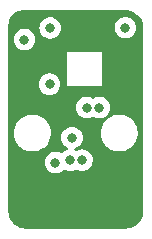
<source format=gbr>
%TF.GenerationSoftware,KiCad,Pcbnew,6.0.9-8da3e8f707~116~ubuntu20.04.1*%
%TF.CreationDate,2022-11-14T20:56:12+01:00*%
%TF.ProjectId,sensor,73656e73-6f72-42e6-9b69-6361645f7063,rev?*%
%TF.SameCoordinates,Original*%
%TF.FileFunction,Copper,L3,Inr*%
%TF.FilePolarity,Positive*%
%FSLAX46Y46*%
G04 Gerber Fmt 4.6, Leading zero omitted, Abs format (unit mm)*
G04 Created by KiCad (PCBNEW 6.0.9-8da3e8f707~116~ubuntu20.04.1) date 2022-11-14 20:56:12*
%MOMM*%
%LPD*%
G01*
G04 APERTURE LIST*
%TA.AperFunction,ViaPad*%
%ADD10C,0.800000*%
%TD*%
G04 APERTURE END LIST*
D10*
%TO.N,GND*%
X157060000Y-109990000D03*
X151150000Y-121400000D03*
%TO.N,+3V3*%
X154650000Y-121400000D03*
%TO.N,GND*%
X150650000Y-114770000D03*
X152550000Y-119300000D03*
X148525000Y-111000000D03*
X150700000Y-110000000D03*
%TO.N,+3V3*%
X154575000Y-109100000D03*
X150100000Y-112800000D03*
%TO.N,SDA*%
X153400000Y-121200000D03*
X154855304Y-116754650D03*
%TO.N,SCL*%
X153800000Y-116750000D03*
X152400000Y-121200000D03*
%TD*%
%TA.AperFunction,Conductor*%
%TO.N,+3V3*%
G36*
X157070018Y-108510000D02*
G01*
X157084851Y-108512310D01*
X157084855Y-108512310D01*
X157093724Y-108513691D01*
X157108981Y-108511696D01*
X157134302Y-108510953D01*
X157303285Y-108523039D01*
X157321064Y-108525596D01*
X157511392Y-108566999D01*
X157528641Y-108572063D01*
X157711150Y-108640136D01*
X157727502Y-108647604D01*
X157898458Y-108740952D01*
X157913582Y-108750672D01*
X158069514Y-108867402D01*
X158083100Y-108879175D01*
X158220825Y-109016900D01*
X158232598Y-109030486D01*
X158349328Y-109186418D01*
X158359048Y-109201542D01*
X158452396Y-109372498D01*
X158459864Y-109388850D01*
X158527937Y-109571359D01*
X158533001Y-109588607D01*
X158574404Y-109778936D01*
X158576961Y-109796715D01*
X158578386Y-109816635D01*
X158588540Y-109958601D01*
X158587793Y-109976565D01*
X158587692Y-109984845D01*
X158586309Y-109993724D01*
X158588771Y-110012552D01*
X158590436Y-110025283D01*
X158591500Y-110041621D01*
X158591500Y-125450633D01*
X158590000Y-125470018D01*
X158587690Y-125484851D01*
X158587690Y-125484855D01*
X158586309Y-125493724D01*
X158588304Y-125508976D01*
X158589047Y-125534302D01*
X158588551Y-125541244D01*
X158576962Y-125703279D01*
X158574404Y-125721064D01*
X158557642Y-125798120D01*
X158533001Y-125911392D01*
X158527937Y-125928641D01*
X158459864Y-126111150D01*
X158452396Y-126127502D01*
X158359048Y-126298458D01*
X158349328Y-126313582D01*
X158232598Y-126469514D01*
X158220825Y-126483100D01*
X158083100Y-126620825D01*
X158069514Y-126632598D01*
X157913582Y-126749328D01*
X157898458Y-126759048D01*
X157727502Y-126852396D01*
X157711150Y-126859864D01*
X157528641Y-126927937D01*
X157511393Y-126933001D01*
X157321064Y-126974404D01*
X157303285Y-126976961D01*
X157141395Y-126988540D01*
X157123435Y-126987793D01*
X157115155Y-126987692D01*
X157106276Y-126986309D01*
X157074714Y-126990436D01*
X157058379Y-126991500D01*
X148657411Y-126991500D01*
X148634883Y-126989470D01*
X148628093Y-126988236D01*
X148619266Y-126986632D01*
X148610341Y-126987570D01*
X148604952Y-126988136D01*
X148578883Y-126988164D01*
X148508637Y-126980934D01*
X148393393Y-126969072D01*
X148374255Y-126965592D01*
X148170319Y-126911969D01*
X148151942Y-126905584D01*
X147958692Y-126821207D01*
X147941518Y-126812070D01*
X147763558Y-126698950D01*
X147747995Y-126687278D01*
X147589568Y-126548111D01*
X147575987Y-126534182D01*
X147440872Y-126372288D01*
X147429597Y-126356434D01*
X147403857Y-126313582D01*
X147321016Y-126175672D01*
X147312318Y-126158278D01*
X147232851Y-125962943D01*
X147226936Y-125944416D01*
X147178488Y-125739190D01*
X147175493Y-125719968D01*
X147161655Y-125541244D01*
X147162316Y-125524122D01*
X147162200Y-125524121D01*
X147162310Y-125515149D01*
X147163691Y-125506276D01*
X147159564Y-125474714D01*
X147158500Y-125458379D01*
X147158500Y-121400000D01*
X150236496Y-121400000D01*
X150237186Y-121406565D01*
X150255129Y-121577279D01*
X150256458Y-121589928D01*
X150315473Y-121771556D01*
X150410960Y-121936944D01*
X150415378Y-121941851D01*
X150415379Y-121941852D01*
X150529678Y-122068794D01*
X150538747Y-122078866D01*
X150693248Y-122191118D01*
X150699276Y-122193802D01*
X150699278Y-122193803D01*
X150861681Y-122266109D01*
X150867712Y-122268794D01*
X150961112Y-122288647D01*
X151048056Y-122307128D01*
X151048061Y-122307128D01*
X151054513Y-122308500D01*
X151245487Y-122308500D01*
X151251939Y-122307128D01*
X151251944Y-122307128D01*
X151338888Y-122288647D01*
X151432288Y-122268794D01*
X151438319Y-122266109D01*
X151600722Y-122193803D01*
X151600724Y-122193802D01*
X151606752Y-122191118D01*
X151720466Y-122108500D01*
X151739671Y-122094546D01*
X151761253Y-122078866D01*
X151808478Y-122026417D01*
X151868923Y-121989178D01*
X151939907Y-121990530D01*
X151953356Y-121995618D01*
X152117712Y-122068794D01*
X152183365Y-122082749D01*
X152298056Y-122107128D01*
X152298061Y-122107128D01*
X152304513Y-122108500D01*
X152495487Y-122108500D01*
X152501939Y-122107128D01*
X152501944Y-122107128D01*
X152616635Y-122082749D01*
X152682288Y-122068794D01*
X152848752Y-121994680D01*
X152919118Y-121985246D01*
X152951247Y-121994680D01*
X153117712Y-122068794D01*
X153183365Y-122082749D01*
X153298056Y-122107128D01*
X153298061Y-122107128D01*
X153304513Y-122108500D01*
X153495487Y-122108500D01*
X153501939Y-122107128D01*
X153501944Y-122107128D01*
X153616635Y-122082749D01*
X153682288Y-122068794D01*
X153777467Y-122026418D01*
X153850722Y-121993803D01*
X153850724Y-121993802D01*
X153856752Y-121991118D01*
X153900001Y-121959696D01*
X153919010Y-121945885D01*
X154011253Y-121878866D01*
X154139040Y-121736944D01*
X154234527Y-121571556D01*
X154293542Y-121389928D01*
X154313504Y-121200000D01*
X154295473Y-121028444D01*
X154294232Y-121016635D01*
X154294232Y-121016633D01*
X154293542Y-121010072D01*
X154234527Y-120828444D01*
X154139040Y-120663056D01*
X154130990Y-120654115D01*
X154015675Y-120526045D01*
X154015674Y-120526044D01*
X154011253Y-120521134D01*
X153902680Y-120442251D01*
X153862094Y-120412763D01*
X153862093Y-120412762D01*
X153856752Y-120408882D01*
X153850724Y-120406198D01*
X153850722Y-120406197D01*
X153688319Y-120333891D01*
X153688318Y-120333891D01*
X153682288Y-120331206D01*
X153588887Y-120311353D01*
X153501944Y-120292872D01*
X153501939Y-120292872D01*
X153495487Y-120291500D01*
X153304513Y-120291500D01*
X153298061Y-120292872D01*
X153298056Y-120292872D01*
X153211113Y-120311353D01*
X153117712Y-120331206D01*
X152951248Y-120405320D01*
X152880882Y-120414754D01*
X152848751Y-120405319D01*
X152833431Y-120398498D01*
X152779335Y-120352518D01*
X152758686Y-120284591D01*
X152778039Y-120216283D01*
X152833431Y-120168285D01*
X153000722Y-120093803D01*
X153000724Y-120093802D01*
X153006752Y-120091118D01*
X153161253Y-119978866D01*
X153289040Y-119836944D01*
X153384527Y-119671556D01*
X153443542Y-119489928D01*
X153463504Y-119300000D01*
X153453895Y-119208577D01*
X153444232Y-119116635D01*
X153444232Y-119116633D01*
X153443542Y-119110072D01*
X153393015Y-118954568D01*
X154987382Y-118954568D01*
X155016208Y-119203699D01*
X155017587Y-119208573D01*
X155017588Y-119208577D01*
X155056526Y-119346181D01*
X155084494Y-119445017D01*
X155086628Y-119449592D01*
X155086630Y-119449599D01*
X155187200Y-119665271D01*
X155190484Y-119672313D01*
X155193326Y-119676494D01*
X155193326Y-119676495D01*
X155328605Y-119875552D01*
X155328608Y-119875556D01*
X155331451Y-119879739D01*
X155334928Y-119883416D01*
X155334929Y-119883417D01*
X155435238Y-119989491D01*
X155503767Y-120061959D01*
X155507793Y-120065037D01*
X155507794Y-120065038D01*
X155698981Y-120211212D01*
X155698985Y-120211215D01*
X155703001Y-120214285D01*
X155924026Y-120332797D01*
X155928807Y-120334443D01*
X155928811Y-120334445D01*
X156144991Y-120408882D01*
X156161156Y-120414448D01*
X156264689Y-120432331D01*
X156404380Y-120456460D01*
X156404386Y-120456461D01*
X156408290Y-120457135D01*
X156412251Y-120457315D01*
X156412252Y-120457315D01*
X156436931Y-120458436D01*
X156436950Y-120458436D01*
X156438350Y-120458500D01*
X156613015Y-120458500D01*
X156615523Y-120458298D01*
X156615528Y-120458298D01*
X156794944Y-120443863D01*
X156794949Y-120443862D01*
X156799985Y-120443457D01*
X156804893Y-120442252D01*
X156804896Y-120442251D01*
X157038625Y-120384841D01*
X157043539Y-120383634D01*
X157048191Y-120381659D01*
X157048195Y-120381658D01*
X157269741Y-120287617D01*
X157269742Y-120287617D01*
X157274396Y-120285641D01*
X157412812Y-120198476D01*
X157482334Y-120154696D01*
X157482335Y-120154695D01*
X157486615Y-120152000D01*
X157674738Y-119986147D01*
X157833924Y-119792351D01*
X157960078Y-119575596D01*
X158049955Y-119341461D01*
X158057246Y-119306565D01*
X158100206Y-119100921D01*
X158101241Y-119095967D01*
X158112618Y-118845432D01*
X158083792Y-118596301D01*
X158044810Y-118458539D01*
X158016884Y-118359852D01*
X158016883Y-118359850D01*
X158015506Y-118354983D01*
X158013372Y-118350408D01*
X158013370Y-118350401D01*
X157911653Y-118132269D01*
X157911651Y-118132265D01*
X157909516Y-118127687D01*
X157906674Y-118123505D01*
X157771395Y-117924448D01*
X157771392Y-117924444D01*
X157768549Y-117920261D01*
X157667925Y-117813853D01*
X157599713Y-117741721D01*
X157596233Y-117738041D01*
X157498280Y-117663150D01*
X157401019Y-117588788D01*
X157401015Y-117588785D01*
X157396999Y-117585715D01*
X157306588Y-117537237D01*
X157180435Y-117469595D01*
X157175974Y-117467203D01*
X157171193Y-117465557D01*
X157171189Y-117465555D01*
X156943633Y-117387201D01*
X156938844Y-117385552D01*
X156835311Y-117367669D01*
X156695620Y-117343540D01*
X156695614Y-117343539D01*
X156691710Y-117342865D01*
X156687749Y-117342685D01*
X156687748Y-117342685D01*
X156663069Y-117341564D01*
X156663050Y-117341564D01*
X156661650Y-117341500D01*
X156486985Y-117341500D01*
X156484477Y-117341702D01*
X156484472Y-117341702D01*
X156305056Y-117356137D01*
X156305051Y-117356138D01*
X156300015Y-117356543D01*
X156295107Y-117357748D01*
X156295104Y-117357749D01*
X156063326Y-117414680D01*
X156056461Y-117416366D01*
X156051809Y-117418341D01*
X156051805Y-117418342D01*
X155931061Y-117469595D01*
X155825604Y-117514359D01*
X155613385Y-117648000D01*
X155425262Y-117813853D01*
X155266076Y-118007649D01*
X155139922Y-118224404D01*
X155050045Y-118458539D01*
X155049012Y-118463485D01*
X155049010Y-118463491D01*
X155016077Y-118621134D01*
X154998759Y-118704033D01*
X154998530Y-118709082D01*
X154998529Y-118709088D01*
X154995819Y-118768774D01*
X154987382Y-118954568D01*
X153393015Y-118954568D01*
X153384527Y-118928444D01*
X153289040Y-118763056D01*
X153161253Y-118621134D01*
X153006752Y-118508882D01*
X153000724Y-118506198D01*
X153000722Y-118506197D01*
X152838319Y-118433891D01*
X152838318Y-118433891D01*
X152832288Y-118431206D01*
X152738887Y-118411353D01*
X152651944Y-118392872D01*
X152651939Y-118392872D01*
X152645487Y-118391500D01*
X152454513Y-118391500D01*
X152448061Y-118392872D01*
X152448056Y-118392872D01*
X152361113Y-118411353D01*
X152267712Y-118431206D01*
X152261682Y-118433891D01*
X152261681Y-118433891D01*
X152099278Y-118506197D01*
X152099276Y-118506198D01*
X152093248Y-118508882D01*
X151938747Y-118621134D01*
X151810960Y-118763056D01*
X151715473Y-118928444D01*
X151656458Y-119110072D01*
X151655768Y-119116633D01*
X151655768Y-119116635D01*
X151646105Y-119208577D01*
X151636496Y-119300000D01*
X151656458Y-119489928D01*
X151715473Y-119671556D01*
X151810960Y-119836944D01*
X151938747Y-119978866D01*
X152093248Y-120091118D01*
X152099274Y-120093801D01*
X152099281Y-120093805D01*
X152116568Y-120101501D01*
X152170664Y-120147481D01*
X152191314Y-120215408D01*
X152171962Y-120283716D01*
X152116569Y-120331715D01*
X152110437Y-120334445D01*
X151949278Y-120406197D01*
X151949276Y-120406198D01*
X151943248Y-120408882D01*
X151937907Y-120412762D01*
X151937906Y-120412763D01*
X151827646Y-120492872D01*
X151788747Y-120521134D01*
X151741522Y-120573583D01*
X151681077Y-120610822D01*
X151610093Y-120609470D01*
X151596644Y-120604382D01*
X151432288Y-120531206D01*
X151338887Y-120511353D01*
X151251944Y-120492872D01*
X151251939Y-120492872D01*
X151245487Y-120491500D01*
X151054513Y-120491500D01*
X151048061Y-120492872D01*
X151048056Y-120492872D01*
X150961113Y-120511353D01*
X150867712Y-120531206D01*
X150861682Y-120533891D01*
X150861681Y-120533891D01*
X150699278Y-120606197D01*
X150699276Y-120606198D01*
X150693248Y-120608882D01*
X150538747Y-120721134D01*
X150410960Y-120863056D01*
X150315473Y-121028444D01*
X150256458Y-121210072D01*
X150236496Y-121400000D01*
X147158500Y-121400000D01*
X147158500Y-118954568D01*
X147637382Y-118954568D01*
X147666208Y-119203699D01*
X147667587Y-119208573D01*
X147667588Y-119208577D01*
X147706526Y-119346181D01*
X147734494Y-119445017D01*
X147736628Y-119449592D01*
X147736630Y-119449599D01*
X147837200Y-119665271D01*
X147840484Y-119672313D01*
X147843326Y-119676494D01*
X147843326Y-119676495D01*
X147978605Y-119875552D01*
X147978608Y-119875556D01*
X147981451Y-119879739D01*
X147984928Y-119883416D01*
X147984929Y-119883417D01*
X148085238Y-119989491D01*
X148153767Y-120061959D01*
X148157793Y-120065037D01*
X148157794Y-120065038D01*
X148348981Y-120211212D01*
X148348985Y-120211215D01*
X148353001Y-120214285D01*
X148574026Y-120332797D01*
X148578807Y-120334443D01*
X148578811Y-120334445D01*
X148794991Y-120408882D01*
X148811156Y-120414448D01*
X148914689Y-120432331D01*
X149054380Y-120456460D01*
X149054386Y-120456461D01*
X149058290Y-120457135D01*
X149062251Y-120457315D01*
X149062252Y-120457315D01*
X149086931Y-120458436D01*
X149086950Y-120458436D01*
X149088350Y-120458500D01*
X149263015Y-120458500D01*
X149265523Y-120458298D01*
X149265528Y-120458298D01*
X149444944Y-120443863D01*
X149444949Y-120443862D01*
X149449985Y-120443457D01*
X149454893Y-120442252D01*
X149454896Y-120442251D01*
X149688625Y-120384841D01*
X149693539Y-120383634D01*
X149698191Y-120381659D01*
X149698195Y-120381658D01*
X149919741Y-120287617D01*
X149919742Y-120287617D01*
X149924396Y-120285641D01*
X150062812Y-120198476D01*
X150132334Y-120154696D01*
X150132335Y-120154695D01*
X150136615Y-120152000D01*
X150324738Y-119986147D01*
X150483924Y-119792351D01*
X150610078Y-119575596D01*
X150699955Y-119341461D01*
X150707246Y-119306565D01*
X150750206Y-119100921D01*
X150751241Y-119095967D01*
X150762618Y-118845432D01*
X150733792Y-118596301D01*
X150694810Y-118458539D01*
X150666884Y-118359852D01*
X150666883Y-118359850D01*
X150665506Y-118354983D01*
X150663372Y-118350408D01*
X150663370Y-118350401D01*
X150561653Y-118132269D01*
X150561651Y-118132265D01*
X150559516Y-118127687D01*
X150556674Y-118123505D01*
X150421395Y-117924448D01*
X150421392Y-117924444D01*
X150418549Y-117920261D01*
X150317925Y-117813853D01*
X150249713Y-117741721D01*
X150246233Y-117738041D01*
X150148280Y-117663150D01*
X150051019Y-117588788D01*
X150051015Y-117588785D01*
X150046999Y-117585715D01*
X149956588Y-117537237D01*
X149830435Y-117469595D01*
X149825974Y-117467203D01*
X149821193Y-117465557D01*
X149821189Y-117465555D01*
X149593633Y-117387201D01*
X149588844Y-117385552D01*
X149485311Y-117367669D01*
X149345620Y-117343540D01*
X149345614Y-117343539D01*
X149341710Y-117342865D01*
X149337749Y-117342685D01*
X149337748Y-117342685D01*
X149313069Y-117341564D01*
X149313050Y-117341564D01*
X149311650Y-117341500D01*
X149136985Y-117341500D01*
X149134477Y-117341702D01*
X149134472Y-117341702D01*
X148955056Y-117356137D01*
X148955051Y-117356138D01*
X148950015Y-117356543D01*
X148945107Y-117357748D01*
X148945104Y-117357749D01*
X148713326Y-117414680D01*
X148706461Y-117416366D01*
X148701809Y-117418341D01*
X148701805Y-117418342D01*
X148581061Y-117469595D01*
X148475604Y-117514359D01*
X148263385Y-117648000D01*
X148075262Y-117813853D01*
X147916076Y-118007649D01*
X147789922Y-118224404D01*
X147700045Y-118458539D01*
X147699012Y-118463485D01*
X147699010Y-118463491D01*
X147666077Y-118621134D01*
X147648759Y-118704033D01*
X147648530Y-118709082D01*
X147648529Y-118709088D01*
X147645819Y-118768774D01*
X147637382Y-118954568D01*
X147158500Y-118954568D01*
X147158500Y-116750000D01*
X152886496Y-116750000D01*
X152906458Y-116939928D01*
X152965473Y-117121556D01*
X153060960Y-117286944D01*
X153065378Y-117291851D01*
X153065379Y-117291852D01*
X153123627Y-117356543D01*
X153188747Y-117428866D01*
X153275548Y-117491931D01*
X153306418Y-117514359D01*
X153343248Y-117541118D01*
X153349276Y-117543802D01*
X153349278Y-117543803D01*
X153443415Y-117585715D01*
X153517712Y-117618794D01*
X153611112Y-117638647D01*
X153698056Y-117657128D01*
X153698061Y-117657128D01*
X153704513Y-117658500D01*
X153895487Y-117658500D01*
X153901939Y-117657128D01*
X153901944Y-117657128D01*
X153988888Y-117638647D01*
X154082288Y-117618794D01*
X154156585Y-117585715D01*
X154250722Y-117543803D01*
X154250724Y-117543802D01*
X154256752Y-117541118D01*
X154261145Y-117537926D01*
X154329717Y-117521290D01*
X154386052Y-117541081D01*
X154387493Y-117538586D01*
X154393211Y-117541887D01*
X154398552Y-117545768D01*
X154404580Y-117548452D01*
X154404582Y-117548453D01*
X154556541Y-117616109D01*
X154573016Y-117623444D01*
X154666416Y-117643297D01*
X154753360Y-117661778D01*
X154753365Y-117661778D01*
X154759817Y-117663150D01*
X154950791Y-117663150D01*
X154957243Y-117661778D01*
X154957248Y-117661778D01*
X155044192Y-117643297D01*
X155137592Y-117623444D01*
X155154067Y-117616109D01*
X155306026Y-117548453D01*
X155306028Y-117548452D01*
X155312056Y-117545768D01*
X155466557Y-117433516D01*
X155547572Y-117343540D01*
X155589925Y-117296502D01*
X155589926Y-117296501D01*
X155594344Y-117291594D01*
X155689831Y-117126206D01*
X155748846Y-116944578D01*
X155768808Y-116754650D01*
X155748846Y-116564722D01*
X155689831Y-116383094D01*
X155594344Y-116217706D01*
X155466557Y-116075784D01*
X155312056Y-115963532D01*
X155306028Y-115960848D01*
X155306026Y-115960847D01*
X155143623Y-115888541D01*
X155143622Y-115888541D01*
X155137592Y-115885856D01*
X155044192Y-115866003D01*
X154957248Y-115847522D01*
X154957243Y-115847522D01*
X154950791Y-115846150D01*
X154759817Y-115846150D01*
X154753365Y-115847522D01*
X154753360Y-115847522D01*
X154666416Y-115866003D01*
X154573016Y-115885856D01*
X154566986Y-115888541D01*
X154566985Y-115888541D01*
X154404582Y-115960847D01*
X154404580Y-115960848D01*
X154398552Y-115963532D01*
X154394159Y-115966724D01*
X154325587Y-115983360D01*
X154269252Y-115963569D01*
X154267811Y-115966064D01*
X154262093Y-115962763D01*
X154256752Y-115958882D01*
X154250724Y-115956198D01*
X154250722Y-115956197D01*
X154088319Y-115883891D01*
X154088318Y-115883891D01*
X154082288Y-115881206D01*
X153988887Y-115861353D01*
X153901944Y-115842872D01*
X153901939Y-115842872D01*
X153895487Y-115841500D01*
X153704513Y-115841500D01*
X153698061Y-115842872D01*
X153698056Y-115842872D01*
X153611113Y-115861353D01*
X153517712Y-115881206D01*
X153511682Y-115883891D01*
X153511681Y-115883891D01*
X153349278Y-115956197D01*
X153349276Y-115956198D01*
X153343248Y-115958882D01*
X153188747Y-116071134D01*
X153060960Y-116213056D01*
X152965473Y-116378444D01*
X152906458Y-116560072D01*
X152886496Y-116750000D01*
X147158500Y-116750000D01*
X147158500Y-114770000D01*
X149736496Y-114770000D01*
X149756458Y-114959928D01*
X149815473Y-115141556D01*
X149910960Y-115306944D01*
X150038747Y-115448866D01*
X150193248Y-115561118D01*
X150199276Y-115563802D01*
X150199278Y-115563803D01*
X150361681Y-115636109D01*
X150367712Y-115638794D01*
X150461113Y-115658647D01*
X150548056Y-115677128D01*
X150548061Y-115677128D01*
X150554513Y-115678500D01*
X150745487Y-115678500D01*
X150751939Y-115677128D01*
X150751944Y-115677128D01*
X150838887Y-115658647D01*
X150932288Y-115638794D01*
X150938319Y-115636109D01*
X151100722Y-115563803D01*
X151100724Y-115563802D01*
X151106752Y-115561118D01*
X151261253Y-115448866D01*
X151389040Y-115306944D01*
X151484527Y-115141556D01*
X151543542Y-114959928D01*
X151549841Y-114900000D01*
X152150000Y-114900000D01*
X155050000Y-114900000D01*
X155050000Y-112050000D01*
X152150000Y-112050000D01*
X152150000Y-114900000D01*
X151549841Y-114900000D01*
X151563504Y-114770000D01*
X151543542Y-114580072D01*
X151484527Y-114398444D01*
X151389040Y-114233056D01*
X151261253Y-114091134D01*
X151106752Y-113978882D01*
X151100724Y-113976198D01*
X151100722Y-113976197D01*
X150938319Y-113903891D01*
X150938318Y-113903891D01*
X150932288Y-113901206D01*
X150838888Y-113881353D01*
X150751944Y-113862872D01*
X150751939Y-113862872D01*
X150745487Y-113861500D01*
X150554513Y-113861500D01*
X150548061Y-113862872D01*
X150548056Y-113862872D01*
X150461112Y-113881353D01*
X150367712Y-113901206D01*
X150361682Y-113903891D01*
X150361681Y-113903891D01*
X150199278Y-113976197D01*
X150199276Y-113976198D01*
X150193248Y-113978882D01*
X150038747Y-114091134D01*
X149910960Y-114233056D01*
X149815473Y-114398444D01*
X149756458Y-114580072D01*
X149736496Y-114770000D01*
X147158500Y-114770000D01*
X147158500Y-111000000D01*
X147611496Y-111000000D01*
X147631458Y-111189928D01*
X147690473Y-111371556D01*
X147785960Y-111536944D01*
X147913747Y-111678866D01*
X148068248Y-111791118D01*
X148074276Y-111793802D01*
X148074278Y-111793803D01*
X148236681Y-111866109D01*
X148242712Y-111868794D01*
X148336112Y-111888647D01*
X148423056Y-111907128D01*
X148423061Y-111907128D01*
X148429513Y-111908500D01*
X148620487Y-111908500D01*
X148626939Y-111907128D01*
X148626944Y-111907128D01*
X148713887Y-111888647D01*
X148807288Y-111868794D01*
X148813319Y-111866109D01*
X148975722Y-111793803D01*
X148975724Y-111793802D01*
X148981752Y-111791118D01*
X149136253Y-111678866D01*
X149264040Y-111536944D01*
X149359527Y-111371556D01*
X149418542Y-111189928D01*
X149438504Y-111000000D01*
X149418542Y-110810072D01*
X149359527Y-110628444D01*
X149264040Y-110463056D01*
X149136253Y-110321134D01*
X148981752Y-110208882D01*
X148975724Y-110206198D01*
X148975722Y-110206197D01*
X148813319Y-110133891D01*
X148813318Y-110133891D01*
X148807288Y-110131206D01*
X148713888Y-110111353D01*
X148626944Y-110092872D01*
X148626939Y-110092872D01*
X148620487Y-110091500D01*
X148429513Y-110091500D01*
X148423061Y-110092872D01*
X148423056Y-110092872D01*
X148336112Y-110111353D01*
X148242712Y-110131206D01*
X148236682Y-110133891D01*
X148236681Y-110133891D01*
X148074278Y-110206197D01*
X148074276Y-110206198D01*
X148068248Y-110208882D01*
X147913747Y-110321134D01*
X147785960Y-110463056D01*
X147690473Y-110628444D01*
X147631458Y-110810072D01*
X147611496Y-111000000D01*
X147158500Y-111000000D01*
X147158500Y-110000000D01*
X149786496Y-110000000D01*
X149806458Y-110189928D01*
X149865473Y-110371556D01*
X149960960Y-110536944D01*
X150088747Y-110678866D01*
X150187843Y-110750864D01*
X150224143Y-110777237D01*
X150243248Y-110791118D01*
X150249276Y-110793802D01*
X150249278Y-110793803D01*
X150398333Y-110860166D01*
X150417712Y-110868794D01*
X150511113Y-110888647D01*
X150598056Y-110907128D01*
X150598061Y-110907128D01*
X150604513Y-110908500D01*
X150795487Y-110908500D01*
X150801939Y-110907128D01*
X150801944Y-110907128D01*
X150888887Y-110888647D01*
X150982288Y-110868794D01*
X151001667Y-110860166D01*
X151150722Y-110793803D01*
X151150724Y-110793802D01*
X151156752Y-110791118D01*
X151175858Y-110777237D01*
X151212157Y-110750864D01*
X151311253Y-110678866D01*
X151439040Y-110536944D01*
X151534527Y-110371556D01*
X151593542Y-110189928D01*
X151613504Y-110000000D01*
X151612453Y-109990000D01*
X156146496Y-109990000D01*
X156147186Y-109996565D01*
X156151922Y-110041621D01*
X156166458Y-110179928D01*
X156225473Y-110361556D01*
X156228776Y-110367278D01*
X156228777Y-110367279D01*
X156234551Y-110377279D01*
X156320960Y-110526944D01*
X156448747Y-110668866D01*
X156603248Y-110781118D01*
X156609276Y-110783802D01*
X156609278Y-110783803D01*
X156771681Y-110856109D01*
X156777712Y-110858794D01*
X156871113Y-110878647D01*
X156958056Y-110897128D01*
X156958061Y-110897128D01*
X156964513Y-110898500D01*
X157155487Y-110898500D01*
X157161939Y-110897128D01*
X157161944Y-110897128D01*
X157248888Y-110878647D01*
X157342288Y-110858794D01*
X157348319Y-110856109D01*
X157510722Y-110783803D01*
X157510724Y-110783802D01*
X157516752Y-110781118D01*
X157671253Y-110668866D01*
X157799040Y-110526944D01*
X157885449Y-110377279D01*
X157891223Y-110367279D01*
X157891224Y-110367278D01*
X157894527Y-110361556D01*
X157953542Y-110179928D01*
X157968079Y-110041621D01*
X157972814Y-109996565D01*
X157973504Y-109990000D01*
X157953542Y-109800072D01*
X157894527Y-109618444D01*
X157799040Y-109453056D01*
X157733629Y-109380409D01*
X157675675Y-109316045D01*
X157675674Y-109316044D01*
X157671253Y-109311134D01*
X157572157Y-109239136D01*
X157522094Y-109202763D01*
X157522093Y-109202762D01*
X157516752Y-109198882D01*
X157510724Y-109196198D01*
X157510722Y-109196197D01*
X157348319Y-109123891D01*
X157348318Y-109123891D01*
X157342288Y-109121206D01*
X157248888Y-109101353D01*
X157161944Y-109082872D01*
X157161939Y-109082872D01*
X157155487Y-109081500D01*
X156964513Y-109081500D01*
X156958061Y-109082872D01*
X156958056Y-109082872D01*
X156871112Y-109101353D01*
X156777712Y-109121206D01*
X156771682Y-109123891D01*
X156771681Y-109123891D01*
X156609278Y-109196197D01*
X156609276Y-109196198D01*
X156603248Y-109198882D01*
X156597907Y-109202762D01*
X156597906Y-109202763D01*
X156547843Y-109239136D01*
X156448747Y-109311134D01*
X156444326Y-109316044D01*
X156444325Y-109316045D01*
X156386372Y-109380409D01*
X156320960Y-109453056D01*
X156225473Y-109618444D01*
X156166458Y-109800072D01*
X156146496Y-109990000D01*
X151612453Y-109990000D01*
X151593542Y-109810072D01*
X151534527Y-109628444D01*
X151528754Y-109618444D01*
X151492578Y-109555787D01*
X151439040Y-109463056D01*
X151364625Y-109380409D01*
X151315675Y-109326045D01*
X151315674Y-109326044D01*
X151311253Y-109321134D01*
X151156752Y-109208882D01*
X151150724Y-109206198D01*
X151150722Y-109206197D01*
X150988319Y-109133891D01*
X150988318Y-109133891D01*
X150982288Y-109131206D01*
X150888888Y-109111353D01*
X150801944Y-109092872D01*
X150801939Y-109092872D01*
X150795487Y-109091500D01*
X150604513Y-109091500D01*
X150598061Y-109092872D01*
X150598056Y-109092872D01*
X150511112Y-109111353D01*
X150417712Y-109131206D01*
X150411682Y-109133891D01*
X150411681Y-109133891D01*
X150249278Y-109206197D01*
X150249276Y-109206198D01*
X150243248Y-109208882D01*
X150088747Y-109321134D01*
X150084326Y-109326044D01*
X150084325Y-109326045D01*
X150035376Y-109380409D01*
X149960960Y-109463056D01*
X149907422Y-109555787D01*
X149871247Y-109618444D01*
X149865473Y-109628444D01*
X149806458Y-109810072D01*
X149786496Y-110000000D01*
X147158500Y-110000000D01*
X147158500Y-109803250D01*
X147160246Y-109782345D01*
X147162770Y-109767344D01*
X147162770Y-109767341D01*
X147163576Y-109762552D01*
X147163729Y-109750000D01*
X147163039Y-109745180D01*
X147162335Y-109740263D01*
X147161450Y-109712515D01*
X147173007Y-109565672D01*
X147176100Y-109546145D01*
X147216948Y-109375997D01*
X147223058Y-109357192D01*
X147237994Y-109321134D01*
X147290022Y-109195528D01*
X147298992Y-109177923D01*
X147390426Y-109028716D01*
X147402046Y-109012723D01*
X147457615Y-108947661D01*
X147515689Y-108879665D01*
X147529667Y-108865687D01*
X147662727Y-108752043D01*
X147678716Y-108740426D01*
X147827923Y-108648992D01*
X147845528Y-108640022D01*
X148007197Y-108573056D01*
X148025995Y-108566949D01*
X148111071Y-108546524D01*
X148196145Y-108526100D01*
X148215672Y-108523007D01*
X148358987Y-108511728D01*
X148375875Y-108512370D01*
X148375877Y-108512200D01*
X148384853Y-108512310D01*
X148393724Y-108513691D01*
X148402626Y-108512527D01*
X148402628Y-108512527D01*
X148417677Y-108510559D01*
X148425286Y-108509564D01*
X148441621Y-108508500D01*
X157050633Y-108508500D01*
X157070018Y-108510000D01*
G37*
%TD.AperFunction*%
%TD*%
M02*

</source>
